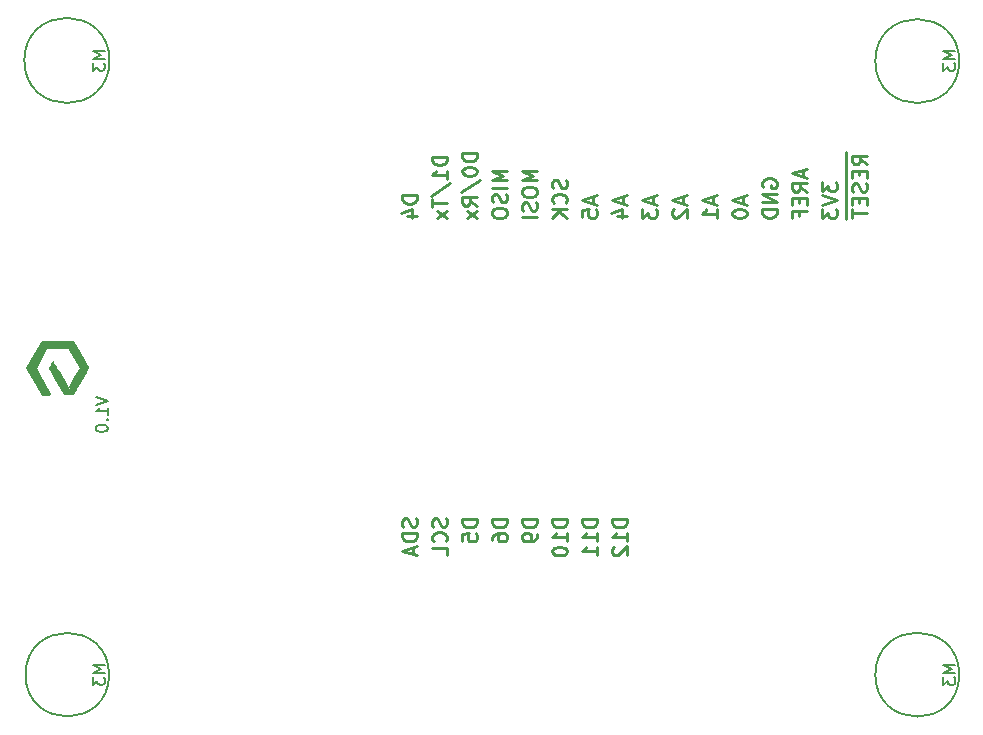
<source format=gbr>
G04 #@! TF.GenerationSoftware,KiCad,Pcbnew,5.0.2-5.fc29*
G04 #@! TF.CreationDate,2020-06-27T20:23:45+07:00*
G04 #@! TF.ProjectId,MP_SamBaseBoard_V1,4d505f53-616d-4426-9173-65426f617264,rev?*
G04 #@! TF.SameCoordinates,Original*
G04 #@! TF.FileFunction,Legend,Bot*
G04 #@! TF.FilePolarity,Positive*
%FSLAX45Y45*%
G04 Gerber Fmt 4.5, Leading zero omitted, Abs format (unit mm)*
G04 Created by KiCad (PCBNEW 5.0.2-5.fc29) date Sat 27 Jun 2020 08:23:45 PM +07*
%MOMM*%
%LPD*%
G01*
G04 APERTURE LIST*
%ADD10C,0.150000*%
%ADD11C,0.250000*%
%ADD12C,0.200000*%
%ADD13C,0.010000*%
G04 APERTURE END LIST*
D10*
X20420238Y-12769048D02*
X20320238Y-12769048D01*
X20391667Y-12802381D01*
X20320238Y-12835714D01*
X20420238Y-12835714D01*
X20320238Y-12873809D02*
X20320238Y-12935714D01*
X20358333Y-12902381D01*
X20358333Y-12916667D01*
X20363095Y-12926190D01*
X20367857Y-12930952D01*
X20377381Y-12935714D01*
X20401190Y-12935714D01*
X20410714Y-12930952D01*
X20415476Y-12926190D01*
X20420238Y-12916667D01*
X20420238Y-12888095D01*
X20415476Y-12878571D01*
X20410714Y-12873809D01*
X20420238Y-7569048D02*
X20320238Y-7569048D01*
X20391667Y-7602381D01*
X20320238Y-7635714D01*
X20420238Y-7635714D01*
X20320238Y-7673809D02*
X20320238Y-7735714D01*
X20358333Y-7702381D01*
X20358333Y-7716667D01*
X20363095Y-7726190D01*
X20367857Y-7730952D01*
X20377381Y-7735714D01*
X20401190Y-7735714D01*
X20410714Y-7730952D01*
X20415476Y-7726190D01*
X20420238Y-7716667D01*
X20420238Y-7688095D01*
X20415476Y-7678571D01*
X20410714Y-7673809D01*
X13220238Y-7569048D02*
X13120238Y-7569048D01*
X13191667Y-7602381D01*
X13120238Y-7635714D01*
X13220238Y-7635714D01*
X13120238Y-7673809D02*
X13120238Y-7735714D01*
X13158333Y-7702381D01*
X13158333Y-7716667D01*
X13163095Y-7726190D01*
X13167857Y-7730952D01*
X13177381Y-7735714D01*
X13201190Y-7735714D01*
X13210714Y-7730952D01*
X13215476Y-7726190D01*
X13220238Y-7716667D01*
X13220238Y-7688095D01*
X13215476Y-7678571D01*
X13210714Y-7673809D01*
X13220238Y-12769048D02*
X13120238Y-12769048D01*
X13191667Y-12802381D01*
X13120238Y-12835714D01*
X13220238Y-12835714D01*
X13120238Y-12873809D02*
X13120238Y-12935714D01*
X13158333Y-12902381D01*
X13158333Y-12916667D01*
X13163095Y-12926190D01*
X13167857Y-12930952D01*
X13177381Y-12935714D01*
X13201190Y-12935714D01*
X13210714Y-12930952D01*
X13215476Y-12926190D01*
X13220238Y-12916667D01*
X13220238Y-12888095D01*
X13215476Y-12878571D01*
X13210714Y-12873809D01*
D11*
X15857495Y-11525559D02*
X15863448Y-11543417D01*
X15863448Y-11573178D01*
X15857495Y-11585083D01*
X15851543Y-11591036D01*
X15839638Y-11596988D01*
X15827733Y-11596988D01*
X15815828Y-11591036D01*
X15809876Y-11585083D01*
X15803924Y-11573178D01*
X15797971Y-11549369D01*
X15792019Y-11537464D01*
X15786067Y-11531512D01*
X15774162Y-11525559D01*
X15762257Y-11525559D01*
X15750352Y-11531512D01*
X15744400Y-11537464D01*
X15738448Y-11549369D01*
X15738448Y-11579131D01*
X15744400Y-11596988D01*
X15863448Y-11650559D02*
X15738448Y-11650559D01*
X15738448Y-11680321D01*
X15744400Y-11698178D01*
X15756305Y-11710083D01*
X15768209Y-11716036D01*
X15792019Y-11721988D01*
X15809876Y-11721988D01*
X15833686Y-11716036D01*
X15845590Y-11710083D01*
X15857495Y-11698178D01*
X15863448Y-11680321D01*
X15863448Y-11650559D01*
X15827733Y-11769607D02*
X15827733Y-11829131D01*
X15863448Y-11757702D02*
X15738448Y-11799369D01*
X15863448Y-11841036D01*
X16111495Y-11525559D02*
X16117448Y-11543417D01*
X16117448Y-11573178D01*
X16111495Y-11585083D01*
X16105543Y-11591036D01*
X16093638Y-11596988D01*
X16081733Y-11596988D01*
X16069828Y-11591036D01*
X16063876Y-11585083D01*
X16057924Y-11573178D01*
X16051971Y-11549369D01*
X16046019Y-11537464D01*
X16040067Y-11531512D01*
X16028162Y-11525559D01*
X16016257Y-11525559D01*
X16004352Y-11531512D01*
X15998400Y-11537464D01*
X15992448Y-11549369D01*
X15992448Y-11579131D01*
X15998400Y-11596988D01*
X16105543Y-11721988D02*
X16111495Y-11716036D01*
X16117448Y-11698178D01*
X16117448Y-11686274D01*
X16111495Y-11668417D01*
X16099590Y-11656512D01*
X16087686Y-11650559D01*
X16063876Y-11644607D01*
X16046019Y-11644607D01*
X16022209Y-11650559D01*
X16010305Y-11656512D01*
X15998400Y-11668417D01*
X15992448Y-11686274D01*
X15992448Y-11698178D01*
X15998400Y-11716036D01*
X16004352Y-11721988D01*
X16117448Y-11835083D02*
X16117448Y-11775559D01*
X15992448Y-11775559D01*
X16371448Y-11531512D02*
X16246448Y-11531512D01*
X16246448Y-11561274D01*
X16252400Y-11579131D01*
X16264305Y-11591036D01*
X16276209Y-11596988D01*
X16300019Y-11602940D01*
X16317876Y-11602940D01*
X16341686Y-11596988D01*
X16353590Y-11591036D01*
X16365495Y-11579131D01*
X16371448Y-11561274D01*
X16371448Y-11531512D01*
X16246448Y-11716036D02*
X16246448Y-11656512D01*
X16305971Y-11650559D01*
X16300019Y-11656512D01*
X16294067Y-11668417D01*
X16294067Y-11698178D01*
X16300019Y-11710083D01*
X16305971Y-11716036D01*
X16317876Y-11721988D01*
X16347638Y-11721988D01*
X16359543Y-11716036D01*
X16365495Y-11710083D01*
X16371448Y-11698178D01*
X16371448Y-11668417D01*
X16365495Y-11656512D01*
X16359543Y-11650559D01*
X16625448Y-11531512D02*
X16500448Y-11531512D01*
X16500448Y-11561274D01*
X16506400Y-11579131D01*
X16518305Y-11591036D01*
X16530209Y-11596988D01*
X16554019Y-11602940D01*
X16571876Y-11602940D01*
X16595686Y-11596988D01*
X16607590Y-11591036D01*
X16619495Y-11579131D01*
X16625448Y-11561274D01*
X16625448Y-11531512D01*
X16500448Y-11710083D02*
X16500448Y-11686274D01*
X16506400Y-11674369D01*
X16512352Y-11668417D01*
X16530209Y-11656512D01*
X16554019Y-11650559D01*
X16601638Y-11650559D01*
X16613543Y-11656512D01*
X16619495Y-11662464D01*
X16625448Y-11674369D01*
X16625448Y-11698178D01*
X16619495Y-11710083D01*
X16613543Y-11716036D01*
X16601638Y-11721988D01*
X16571876Y-11721988D01*
X16559971Y-11716036D01*
X16554019Y-11710083D01*
X16548067Y-11698178D01*
X16548067Y-11674369D01*
X16554019Y-11662464D01*
X16559971Y-11656512D01*
X16571876Y-11650559D01*
X16879448Y-11531512D02*
X16754448Y-11531512D01*
X16754448Y-11561274D01*
X16760400Y-11579131D01*
X16772305Y-11591036D01*
X16784210Y-11596988D01*
X16808019Y-11602940D01*
X16825876Y-11602940D01*
X16849686Y-11596988D01*
X16861590Y-11591036D01*
X16873495Y-11579131D01*
X16879448Y-11561274D01*
X16879448Y-11531512D01*
X16879448Y-11662464D02*
X16879448Y-11686274D01*
X16873495Y-11698178D01*
X16867543Y-11704131D01*
X16849686Y-11716036D01*
X16825876Y-11721988D01*
X16778257Y-11721988D01*
X16766352Y-11716036D01*
X16760400Y-11710083D01*
X16754448Y-11698178D01*
X16754448Y-11674369D01*
X16760400Y-11662464D01*
X16766352Y-11656512D01*
X16778257Y-11650559D01*
X16808019Y-11650559D01*
X16819924Y-11656512D01*
X16825876Y-11662464D01*
X16831829Y-11674369D01*
X16831829Y-11698178D01*
X16825876Y-11710083D01*
X16819924Y-11716036D01*
X16808019Y-11721988D01*
X17133448Y-11531512D02*
X17008448Y-11531512D01*
X17008448Y-11561274D01*
X17014400Y-11579131D01*
X17026305Y-11591036D01*
X17038210Y-11596988D01*
X17062019Y-11602940D01*
X17079876Y-11602940D01*
X17103686Y-11596988D01*
X17115590Y-11591036D01*
X17127495Y-11579131D01*
X17133448Y-11561274D01*
X17133448Y-11531512D01*
X17133448Y-11721988D02*
X17133448Y-11650559D01*
X17133448Y-11686274D02*
X17008448Y-11686274D01*
X17026305Y-11674369D01*
X17038210Y-11662464D01*
X17044162Y-11650559D01*
X17008448Y-11799369D02*
X17008448Y-11811274D01*
X17014400Y-11823178D01*
X17020352Y-11829131D01*
X17032257Y-11835083D01*
X17056067Y-11841036D01*
X17085829Y-11841036D01*
X17109638Y-11835083D01*
X17121543Y-11829131D01*
X17127495Y-11823178D01*
X17133448Y-11811274D01*
X17133448Y-11799369D01*
X17127495Y-11787464D01*
X17121543Y-11781512D01*
X17109638Y-11775559D01*
X17085829Y-11769607D01*
X17056067Y-11769607D01*
X17032257Y-11775559D01*
X17020352Y-11781512D01*
X17014400Y-11787464D01*
X17008448Y-11799369D01*
X17387448Y-11531512D02*
X17262448Y-11531512D01*
X17262448Y-11561274D01*
X17268400Y-11579131D01*
X17280305Y-11591036D01*
X17292210Y-11596988D01*
X17316019Y-11602940D01*
X17333876Y-11602940D01*
X17357686Y-11596988D01*
X17369590Y-11591036D01*
X17381495Y-11579131D01*
X17387448Y-11561274D01*
X17387448Y-11531512D01*
X17387448Y-11721988D02*
X17387448Y-11650559D01*
X17387448Y-11686274D02*
X17262448Y-11686274D01*
X17280305Y-11674369D01*
X17292210Y-11662464D01*
X17298162Y-11650559D01*
X17387448Y-11841036D02*
X17387448Y-11769607D01*
X17387448Y-11805321D02*
X17262448Y-11805321D01*
X17280305Y-11793417D01*
X17292210Y-11781512D01*
X17298162Y-11769607D01*
X17641448Y-11531512D02*
X17516448Y-11531512D01*
X17516448Y-11561274D01*
X17522400Y-11579131D01*
X17534305Y-11591036D01*
X17546210Y-11596988D01*
X17570019Y-11602940D01*
X17587876Y-11602940D01*
X17611686Y-11596988D01*
X17623590Y-11591036D01*
X17635495Y-11579131D01*
X17641448Y-11561274D01*
X17641448Y-11531512D01*
X17641448Y-11721988D02*
X17641448Y-11650559D01*
X17641448Y-11686274D02*
X17516448Y-11686274D01*
X17534305Y-11674369D01*
X17546210Y-11662464D01*
X17552162Y-11650559D01*
X17528352Y-11769607D02*
X17522400Y-11775559D01*
X17516448Y-11787464D01*
X17516448Y-11817226D01*
X17522400Y-11829131D01*
X17528352Y-11835083D01*
X17540257Y-11841036D01*
X17552162Y-11841036D01*
X17570019Y-11835083D01*
X17641448Y-11763655D01*
X17641448Y-11841036D01*
X19494400Y-8427274D02*
X19494400Y-8552274D01*
X19673448Y-8528464D02*
X19613924Y-8486798D01*
X19673448Y-8457036D02*
X19548448Y-8457036D01*
X19548448Y-8504655D01*
X19554400Y-8516560D01*
X19560352Y-8522512D01*
X19572257Y-8528464D01*
X19590114Y-8528464D01*
X19602019Y-8522512D01*
X19607971Y-8516560D01*
X19613924Y-8504655D01*
X19613924Y-8457036D01*
X19494400Y-8552274D02*
X19494400Y-8665369D01*
X19607971Y-8582036D02*
X19607971Y-8623702D01*
X19673448Y-8641560D02*
X19673448Y-8582036D01*
X19548448Y-8582036D01*
X19548448Y-8641560D01*
X19494400Y-8665369D02*
X19494400Y-8784417D01*
X19667495Y-8689179D02*
X19673448Y-8707036D01*
X19673448Y-8736798D01*
X19667495Y-8748702D01*
X19661543Y-8754655D01*
X19649638Y-8760607D01*
X19637733Y-8760607D01*
X19625829Y-8754655D01*
X19619876Y-8748702D01*
X19613924Y-8736798D01*
X19607971Y-8712988D01*
X19602019Y-8701083D01*
X19596067Y-8695131D01*
X19584162Y-8689179D01*
X19572257Y-8689179D01*
X19560352Y-8695131D01*
X19554400Y-8701083D01*
X19548448Y-8712988D01*
X19548448Y-8742750D01*
X19554400Y-8760607D01*
X19494400Y-8784417D02*
X19494400Y-8897512D01*
X19607971Y-8814179D02*
X19607971Y-8855845D01*
X19673448Y-8873702D02*
X19673448Y-8814179D01*
X19548448Y-8814179D01*
X19548448Y-8873702D01*
X19494400Y-8897512D02*
X19494400Y-8992750D01*
X19548448Y-8909417D02*
X19548448Y-8980845D01*
X19673448Y-8945131D02*
X19548448Y-8945131D01*
X19294448Y-8678069D02*
X19294448Y-8755450D01*
X19342067Y-8713783D01*
X19342067Y-8731640D01*
X19348019Y-8743545D01*
X19353971Y-8749498D01*
X19365876Y-8755450D01*
X19395638Y-8755450D01*
X19407543Y-8749498D01*
X19413495Y-8743545D01*
X19419448Y-8731640D01*
X19419448Y-8695926D01*
X19413495Y-8684021D01*
X19407543Y-8678069D01*
X19294448Y-8791164D02*
X19419448Y-8832831D01*
X19294448Y-8874498D01*
X19294448Y-8904260D02*
X19294448Y-8981640D01*
X19342067Y-8939974D01*
X19342067Y-8957831D01*
X19348019Y-8969736D01*
X19353971Y-8975688D01*
X19365876Y-8981640D01*
X19395638Y-8981640D01*
X19407543Y-8975688D01*
X19413495Y-8969736D01*
X19419448Y-8957831D01*
X19419448Y-8922117D01*
X19413495Y-8910212D01*
X19407543Y-8904260D01*
X19129733Y-8576879D02*
X19129733Y-8636402D01*
X19165448Y-8564974D02*
X19040448Y-8606640D01*
X19165448Y-8648307D01*
X19165448Y-8761402D02*
X19105924Y-8719736D01*
X19165448Y-8689974D02*
X19040448Y-8689974D01*
X19040448Y-8737593D01*
X19046400Y-8749498D01*
X19052352Y-8755450D01*
X19064257Y-8761402D01*
X19082114Y-8761402D01*
X19094019Y-8755450D01*
X19099971Y-8749498D01*
X19105924Y-8737593D01*
X19105924Y-8689974D01*
X19099971Y-8814974D02*
X19099971Y-8856640D01*
X19165448Y-8874498D02*
X19165448Y-8814974D01*
X19040448Y-8814974D01*
X19040448Y-8874498D01*
X19099971Y-8969736D02*
X19099971Y-8928069D01*
X19165448Y-8928069D02*
X19040448Y-8928069D01*
X19040448Y-8987593D01*
X18792400Y-8719736D02*
X18786448Y-8707831D01*
X18786448Y-8689974D01*
X18792400Y-8672117D01*
X18804305Y-8660212D01*
X18816210Y-8654260D01*
X18840019Y-8648307D01*
X18857876Y-8648307D01*
X18881686Y-8654260D01*
X18893590Y-8660212D01*
X18905495Y-8672117D01*
X18911448Y-8689974D01*
X18911448Y-8701879D01*
X18905495Y-8719736D01*
X18899543Y-8725688D01*
X18857876Y-8725688D01*
X18857876Y-8701879D01*
X18911448Y-8779260D02*
X18786448Y-8779260D01*
X18911448Y-8850688D01*
X18786448Y-8850688D01*
X18911448Y-8910212D02*
X18786448Y-8910212D01*
X18786448Y-8939974D01*
X18792400Y-8957831D01*
X18804305Y-8969736D01*
X18816210Y-8975688D01*
X18840019Y-8981640D01*
X18857876Y-8981640D01*
X18881686Y-8975688D01*
X18893590Y-8969736D01*
X18905495Y-8957831D01*
X18911448Y-8939974D01*
X18911448Y-8910212D01*
X18621733Y-8803069D02*
X18621733Y-8862593D01*
X18657448Y-8791164D02*
X18532448Y-8832831D01*
X18657448Y-8874498D01*
X18532448Y-8939974D02*
X18532448Y-8951879D01*
X18538400Y-8963783D01*
X18544352Y-8969736D01*
X18556257Y-8975688D01*
X18580067Y-8981640D01*
X18609829Y-8981640D01*
X18633638Y-8975688D01*
X18645543Y-8969736D01*
X18651495Y-8963783D01*
X18657448Y-8951879D01*
X18657448Y-8939974D01*
X18651495Y-8928069D01*
X18645543Y-8922117D01*
X18633638Y-8916164D01*
X18609829Y-8910212D01*
X18580067Y-8910212D01*
X18556257Y-8916164D01*
X18544352Y-8922117D01*
X18538400Y-8928069D01*
X18532448Y-8939974D01*
X18367733Y-8803069D02*
X18367733Y-8862593D01*
X18403448Y-8791164D02*
X18278448Y-8832831D01*
X18403448Y-8874498D01*
X18403448Y-8981640D02*
X18403448Y-8910212D01*
X18403448Y-8945926D02*
X18278448Y-8945926D01*
X18296305Y-8934021D01*
X18308210Y-8922117D01*
X18314162Y-8910212D01*
X18113733Y-8803069D02*
X18113733Y-8862593D01*
X18149448Y-8791164D02*
X18024448Y-8832831D01*
X18149448Y-8874498D01*
X18036352Y-8910212D02*
X18030400Y-8916164D01*
X18024448Y-8928069D01*
X18024448Y-8957831D01*
X18030400Y-8969736D01*
X18036352Y-8975688D01*
X18048257Y-8981640D01*
X18060162Y-8981640D01*
X18078019Y-8975688D01*
X18149448Y-8904260D01*
X18149448Y-8981640D01*
X17859733Y-8803069D02*
X17859733Y-8862593D01*
X17895448Y-8791164D02*
X17770448Y-8832831D01*
X17895448Y-8874498D01*
X17770448Y-8904260D02*
X17770448Y-8981640D01*
X17818067Y-8939974D01*
X17818067Y-8957831D01*
X17824019Y-8969736D01*
X17829971Y-8975688D01*
X17841876Y-8981640D01*
X17871638Y-8981640D01*
X17883543Y-8975688D01*
X17889495Y-8969736D01*
X17895448Y-8957831D01*
X17895448Y-8922117D01*
X17889495Y-8910212D01*
X17883543Y-8904260D01*
X17605733Y-8803069D02*
X17605733Y-8862593D01*
X17641448Y-8791164D02*
X17516448Y-8832831D01*
X17641448Y-8874498D01*
X17558114Y-8969736D02*
X17641448Y-8969736D01*
X17510495Y-8939974D02*
X17599781Y-8910212D01*
X17599781Y-8987593D01*
X17351733Y-8803069D02*
X17351733Y-8862593D01*
X17387448Y-8791164D02*
X17262448Y-8832831D01*
X17387448Y-8874498D01*
X17262448Y-8975688D02*
X17262448Y-8916164D01*
X17321971Y-8910212D01*
X17316019Y-8916164D01*
X17310067Y-8928069D01*
X17310067Y-8957831D01*
X17316019Y-8969736D01*
X17321971Y-8975688D01*
X17333876Y-8981640D01*
X17363638Y-8981640D01*
X17375543Y-8975688D01*
X17381495Y-8969736D01*
X17387448Y-8957831D01*
X17387448Y-8928069D01*
X17381495Y-8916164D01*
X17375543Y-8910212D01*
X17127495Y-8660212D02*
X17133448Y-8678069D01*
X17133448Y-8707831D01*
X17127495Y-8719736D01*
X17121543Y-8725688D01*
X17109638Y-8731640D01*
X17097733Y-8731640D01*
X17085829Y-8725688D01*
X17079876Y-8719736D01*
X17073924Y-8707831D01*
X17067971Y-8684021D01*
X17062019Y-8672117D01*
X17056067Y-8666164D01*
X17044162Y-8660212D01*
X17032257Y-8660212D01*
X17020352Y-8666164D01*
X17014400Y-8672117D01*
X17008448Y-8684021D01*
X17008448Y-8713783D01*
X17014400Y-8731640D01*
X17121543Y-8856640D02*
X17127495Y-8850688D01*
X17133448Y-8832831D01*
X17133448Y-8820926D01*
X17127495Y-8803069D01*
X17115590Y-8791164D01*
X17103686Y-8785212D01*
X17079876Y-8779260D01*
X17062019Y-8779260D01*
X17038210Y-8785212D01*
X17026305Y-8791164D01*
X17014400Y-8803069D01*
X17008448Y-8820926D01*
X17008448Y-8832831D01*
X17014400Y-8850688D01*
X17020352Y-8856640D01*
X17133448Y-8910212D02*
X17008448Y-8910212D01*
X17133448Y-8981640D02*
X17062019Y-8928069D01*
X17008448Y-8981640D02*
X17079876Y-8910212D01*
X16879448Y-8582831D02*
X16754448Y-8582831D01*
X16843733Y-8624498D01*
X16754448Y-8666164D01*
X16879448Y-8666164D01*
X16754448Y-8749498D02*
X16754448Y-8773307D01*
X16760400Y-8785212D01*
X16772305Y-8797117D01*
X16796114Y-8803069D01*
X16837781Y-8803069D01*
X16861590Y-8797117D01*
X16873495Y-8785212D01*
X16879448Y-8773307D01*
X16879448Y-8749498D01*
X16873495Y-8737593D01*
X16861590Y-8725688D01*
X16837781Y-8719736D01*
X16796114Y-8719736D01*
X16772305Y-8725688D01*
X16760400Y-8737593D01*
X16754448Y-8749498D01*
X16873495Y-8850688D02*
X16879448Y-8868545D01*
X16879448Y-8898307D01*
X16873495Y-8910212D01*
X16867543Y-8916164D01*
X16855638Y-8922117D01*
X16843733Y-8922117D01*
X16831829Y-8916164D01*
X16825876Y-8910212D01*
X16819924Y-8898307D01*
X16813971Y-8874498D01*
X16808019Y-8862593D01*
X16802067Y-8856640D01*
X16790162Y-8850688D01*
X16778257Y-8850688D01*
X16766352Y-8856640D01*
X16760400Y-8862593D01*
X16754448Y-8874498D01*
X16754448Y-8904260D01*
X16760400Y-8922117D01*
X16879448Y-8975688D02*
X16754448Y-8975688D01*
X16625448Y-8582831D02*
X16500448Y-8582831D01*
X16589733Y-8624498D01*
X16500448Y-8666164D01*
X16625448Y-8666164D01*
X16625448Y-8725688D02*
X16500448Y-8725688D01*
X16619495Y-8779260D02*
X16625448Y-8797117D01*
X16625448Y-8826879D01*
X16619495Y-8838783D01*
X16613543Y-8844736D01*
X16601638Y-8850688D01*
X16589733Y-8850688D01*
X16577828Y-8844736D01*
X16571876Y-8838783D01*
X16565924Y-8826879D01*
X16559971Y-8803069D01*
X16554019Y-8791164D01*
X16548067Y-8785212D01*
X16536162Y-8779260D01*
X16524257Y-8779260D01*
X16512352Y-8785212D01*
X16506400Y-8791164D01*
X16500448Y-8803069D01*
X16500448Y-8832831D01*
X16506400Y-8850688D01*
X16500448Y-8928069D02*
X16500448Y-8951879D01*
X16506400Y-8963783D01*
X16518305Y-8975688D01*
X16542114Y-8981640D01*
X16583781Y-8981640D01*
X16607590Y-8975688D01*
X16619495Y-8963783D01*
X16625448Y-8951879D01*
X16625448Y-8928069D01*
X16619495Y-8916164D01*
X16607590Y-8904260D01*
X16583781Y-8898307D01*
X16542114Y-8898307D01*
X16518305Y-8904260D01*
X16506400Y-8916164D01*
X16500448Y-8928069D01*
X16371448Y-8434021D02*
X16246448Y-8434021D01*
X16246448Y-8463783D01*
X16252400Y-8481640D01*
X16264305Y-8493545D01*
X16276209Y-8499498D01*
X16300019Y-8505450D01*
X16317876Y-8505450D01*
X16341686Y-8499498D01*
X16353590Y-8493545D01*
X16365495Y-8481640D01*
X16371448Y-8463783D01*
X16371448Y-8434021D01*
X16246448Y-8582831D02*
X16246448Y-8594736D01*
X16252400Y-8606640D01*
X16258352Y-8612593D01*
X16270257Y-8618545D01*
X16294067Y-8624498D01*
X16323828Y-8624498D01*
X16347638Y-8618545D01*
X16359543Y-8612593D01*
X16365495Y-8606640D01*
X16371448Y-8594736D01*
X16371448Y-8582831D01*
X16365495Y-8570926D01*
X16359543Y-8564974D01*
X16347638Y-8559021D01*
X16323828Y-8553069D01*
X16294067Y-8553069D01*
X16270257Y-8559021D01*
X16258352Y-8564974D01*
X16252400Y-8570926D01*
X16246448Y-8582831D01*
X16240495Y-8767355D02*
X16401209Y-8660212D01*
X16371448Y-8880450D02*
X16311924Y-8838783D01*
X16371448Y-8809021D02*
X16246448Y-8809021D01*
X16246448Y-8856640D01*
X16252400Y-8868545D01*
X16258352Y-8874498D01*
X16270257Y-8880450D01*
X16288114Y-8880450D01*
X16300019Y-8874498D01*
X16305971Y-8868545D01*
X16311924Y-8856640D01*
X16311924Y-8809021D01*
X16371448Y-8922117D02*
X16288114Y-8987593D01*
X16288114Y-8922117D02*
X16371448Y-8987593D01*
X16117448Y-8463783D02*
X15992448Y-8463783D01*
X15992448Y-8493545D01*
X15998400Y-8511402D01*
X16010305Y-8523307D01*
X16022209Y-8529260D01*
X16046019Y-8535212D01*
X16063876Y-8535212D01*
X16087686Y-8529260D01*
X16099590Y-8523307D01*
X16111495Y-8511402D01*
X16117448Y-8493545D01*
X16117448Y-8463783D01*
X16117448Y-8654260D02*
X16117448Y-8582831D01*
X16117448Y-8618545D02*
X15992448Y-8618545D01*
X16010305Y-8606640D01*
X16022209Y-8594736D01*
X16028162Y-8582831D01*
X15986495Y-8797117D02*
X16147209Y-8689974D01*
X15992448Y-8820926D02*
X15992448Y-8892355D01*
X16117448Y-8856640D02*
X15992448Y-8856640D01*
X16117448Y-8922117D02*
X16034114Y-8987593D01*
X16034114Y-8922117D02*
X16117448Y-8987593D01*
X15863448Y-8791164D02*
X15738448Y-8791164D01*
X15738448Y-8820926D01*
X15744400Y-8838783D01*
X15756305Y-8850688D01*
X15768209Y-8856640D01*
X15792019Y-8862593D01*
X15809876Y-8862593D01*
X15833686Y-8856640D01*
X15845590Y-8850688D01*
X15857495Y-8838783D01*
X15863448Y-8820926D01*
X15863448Y-8791164D01*
X15780114Y-8969736D02*
X15863448Y-8969736D01*
X15732495Y-8939974D02*
X15821781Y-8910212D01*
X15821781Y-8987593D01*
D12*
X13145238Y-10497619D02*
X13245238Y-10530952D01*
X13145238Y-10564286D01*
X13245238Y-10650000D02*
X13245238Y-10592857D01*
X13245238Y-10621429D02*
X13145238Y-10621429D01*
X13159524Y-10611905D01*
X13169048Y-10602381D01*
X13173809Y-10592857D01*
X13235714Y-10692857D02*
X13240476Y-10697619D01*
X13245238Y-10692857D01*
X13240476Y-10688095D01*
X13235714Y-10692857D01*
X13245238Y-10692857D01*
X13145238Y-10759524D02*
X13145238Y-10769048D01*
X13150000Y-10778571D01*
X13154762Y-10783333D01*
X13164286Y-10788095D01*
X13183333Y-10792857D01*
X13207143Y-10792857D01*
X13226190Y-10788095D01*
X13235714Y-10783333D01*
X13240476Y-10778571D01*
X13245238Y-10769048D01*
X13245238Y-10759524D01*
X13240476Y-10750000D01*
X13235714Y-10745238D01*
X13226190Y-10740476D01*
X13207143Y-10735714D01*
X13183333Y-10735714D01*
X13164286Y-10740476D01*
X13154762Y-10745238D01*
X13150000Y-10750000D01*
X13145238Y-10759524D01*
D10*
X20455317Y-7655317D02*
G75*
G03X20455317Y-7655317I-355317J0D01*
G01*
X13260555Y-7650000D02*
G75*
G03X13260555Y-7650000I-360555J0D01*
G01*
X13257107Y-12850000D02*
G75*
G03X13257107Y-12850000I-353553J0D01*
G01*
X20455317Y-12850000D02*
G75*
G03X20455317Y-12850000I-355317J0D01*
G01*
D13*
G04 #@! TO.C,G\002A\002A\002A*
G36*
X12811789Y-10362218D02*
X12876388Y-10472956D01*
X12909255Y-10472956D01*
X12918545Y-10472912D01*
X12926813Y-10472791D01*
X12933670Y-10472603D01*
X12938723Y-10472363D01*
X12941584Y-10472082D01*
X12942084Y-10471897D01*
X12941371Y-10470570D01*
X12939302Y-10466974D01*
X12935968Y-10461264D01*
X12931461Y-10453593D01*
X12925873Y-10444118D01*
X12919295Y-10432991D01*
X12911818Y-10420368D01*
X12903533Y-10406402D01*
X12894532Y-10391248D01*
X12884907Y-10375061D01*
X12874748Y-10357994D01*
X12864147Y-10340203D01*
X12860636Y-10334314D01*
X12849909Y-10316336D01*
X12839580Y-10299050D01*
X12829742Y-10282610D01*
X12820488Y-10267167D01*
X12811908Y-10252876D01*
X12804096Y-10239888D01*
X12797144Y-10228358D01*
X12791143Y-10218438D01*
X12786186Y-10210280D01*
X12782366Y-10204040D01*
X12779774Y-10199868D01*
X12778502Y-10197918D01*
X12778388Y-10197789D01*
X12777480Y-10198962D01*
X12775407Y-10202246D01*
X12772379Y-10207287D01*
X12768608Y-10213732D01*
X12764304Y-10221227D01*
X12762370Y-10224634D01*
X12747190Y-10251480D01*
X12811789Y-10362218D01*
X12811789Y-10362218D01*
G37*
X12811789Y-10362218D02*
X12876388Y-10472956D01*
X12909255Y-10472956D01*
X12918545Y-10472912D01*
X12926813Y-10472791D01*
X12933670Y-10472603D01*
X12938723Y-10472363D01*
X12941584Y-10472082D01*
X12942084Y-10471897D01*
X12941371Y-10470570D01*
X12939302Y-10466974D01*
X12935968Y-10461264D01*
X12931461Y-10453593D01*
X12925873Y-10444118D01*
X12919295Y-10432991D01*
X12911818Y-10420368D01*
X12903533Y-10406402D01*
X12894532Y-10391248D01*
X12884907Y-10375061D01*
X12874748Y-10357994D01*
X12864147Y-10340203D01*
X12860636Y-10334314D01*
X12849909Y-10316336D01*
X12839580Y-10299050D01*
X12829742Y-10282610D01*
X12820488Y-10267167D01*
X12811908Y-10252876D01*
X12804096Y-10239888D01*
X12797144Y-10228358D01*
X12791143Y-10218438D01*
X12786186Y-10210280D01*
X12782366Y-10204040D01*
X12779774Y-10199868D01*
X12778502Y-10197918D01*
X12778388Y-10197789D01*
X12777480Y-10198962D01*
X12775407Y-10202246D01*
X12772379Y-10207287D01*
X12768608Y-10213732D01*
X12764304Y-10221227D01*
X12762370Y-10224634D01*
X12747190Y-10251480D01*
X12811789Y-10362218D01*
G36*
X12623407Y-10365011D02*
X12690164Y-10478600D01*
X12725983Y-10478600D01*
X12737215Y-10478576D01*
X12745906Y-10478495D01*
X12752336Y-10478341D01*
X12756788Y-10478100D01*
X12759540Y-10477756D01*
X12760875Y-10477294D01*
X12761080Y-10476718D01*
X12760296Y-10475237D01*
X12758226Y-10471473D01*
X12754968Y-10465604D01*
X12750623Y-10457805D01*
X12745287Y-10448254D01*
X12739061Y-10437127D01*
X12732043Y-10424601D01*
X12724332Y-10410851D01*
X12716026Y-10396056D01*
X12707225Y-10380391D01*
X12698027Y-10364033D01*
X12697527Y-10363145D01*
X12634697Y-10251454D01*
X12680812Y-10168194D01*
X12726928Y-10084934D01*
X12818650Y-10084940D01*
X12910372Y-10084947D01*
X13008235Y-10251453D01*
X12961664Y-10332561D01*
X12915092Y-10413670D01*
X12933144Y-10443313D01*
X12938155Y-10451489D01*
X12942697Y-10458802D01*
X12946562Y-10464924D01*
X12949541Y-10469529D01*
X12951429Y-10472291D01*
X12952003Y-10472956D01*
X12952786Y-10471768D01*
X12954854Y-10468343D01*
X12958088Y-10462892D01*
X12962364Y-10455625D01*
X12967563Y-10446750D01*
X12973562Y-10436478D01*
X12980240Y-10425019D01*
X12987476Y-10412583D01*
X12995148Y-10399378D01*
X13003134Y-10385616D01*
X13011313Y-10371505D01*
X13019564Y-10357256D01*
X13027765Y-10343078D01*
X13035795Y-10329181D01*
X13043533Y-10315775D01*
X13050856Y-10303070D01*
X13057643Y-10291275D01*
X13063774Y-10280600D01*
X13069126Y-10271256D01*
X13073578Y-10263451D01*
X13077008Y-10257395D01*
X13079296Y-10253300D01*
X13080319Y-10251373D01*
X13080363Y-10251253D01*
X13079679Y-10249972D01*
X13077706Y-10246404D01*
X13074542Y-10240722D01*
X13070282Y-10233100D01*
X13065024Y-10223710D01*
X13058864Y-10212723D01*
X13051900Y-10200314D01*
X13044227Y-10186654D01*
X13035943Y-10171916D01*
X13027144Y-10156273D01*
X13017928Y-10139897D01*
X13016558Y-10137464D01*
X12952802Y-10024222D01*
X12690134Y-10024222D01*
X12623392Y-10137822D01*
X12556649Y-10251422D01*
X12623407Y-10365011D01*
X12623407Y-10365011D01*
G37*
X12623407Y-10365011D02*
X12690164Y-10478600D01*
X12725983Y-10478600D01*
X12737215Y-10478576D01*
X12745906Y-10478495D01*
X12752336Y-10478341D01*
X12756788Y-10478100D01*
X12759540Y-10477756D01*
X12760875Y-10477294D01*
X12761080Y-10476718D01*
X12760296Y-10475237D01*
X12758226Y-10471473D01*
X12754968Y-10465604D01*
X12750623Y-10457805D01*
X12745287Y-10448254D01*
X12739061Y-10437127D01*
X12732043Y-10424601D01*
X12724332Y-10410851D01*
X12716026Y-10396056D01*
X12707225Y-10380391D01*
X12698027Y-10364033D01*
X12697527Y-10363145D01*
X12634697Y-10251454D01*
X12680812Y-10168194D01*
X12726928Y-10084934D01*
X12818650Y-10084940D01*
X12910372Y-10084947D01*
X13008235Y-10251453D01*
X12961664Y-10332561D01*
X12915092Y-10413670D01*
X12933144Y-10443313D01*
X12938155Y-10451489D01*
X12942697Y-10458802D01*
X12946562Y-10464924D01*
X12949541Y-10469529D01*
X12951429Y-10472291D01*
X12952003Y-10472956D01*
X12952786Y-10471768D01*
X12954854Y-10468343D01*
X12958088Y-10462892D01*
X12962364Y-10455625D01*
X12967563Y-10446750D01*
X12973562Y-10436478D01*
X12980240Y-10425019D01*
X12987476Y-10412583D01*
X12995148Y-10399378D01*
X13003134Y-10385616D01*
X13011313Y-10371505D01*
X13019564Y-10357256D01*
X13027765Y-10343078D01*
X13035795Y-10329181D01*
X13043533Y-10315775D01*
X13050856Y-10303070D01*
X13057643Y-10291275D01*
X13063774Y-10280600D01*
X13069126Y-10271256D01*
X13073578Y-10263451D01*
X13077008Y-10257395D01*
X13079296Y-10253300D01*
X13080319Y-10251373D01*
X13080363Y-10251253D01*
X13079679Y-10249972D01*
X13077706Y-10246404D01*
X13074542Y-10240722D01*
X13070282Y-10233100D01*
X13065024Y-10223710D01*
X13058864Y-10212723D01*
X13051900Y-10200314D01*
X13044227Y-10186654D01*
X13035943Y-10171916D01*
X13027144Y-10156273D01*
X13017928Y-10139897D01*
X13016558Y-10137464D01*
X12952802Y-10024222D01*
X12690134Y-10024222D01*
X12623392Y-10137822D01*
X12556649Y-10251422D01*
X12623407Y-10365011D01*
G04 #@! TD*
M02*

</source>
